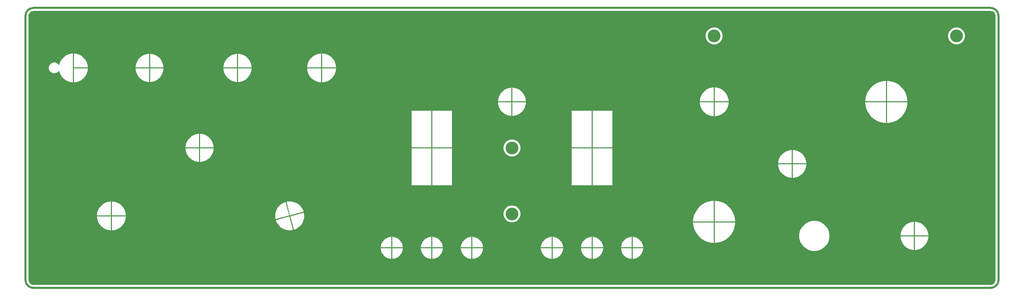
<source format=gtl>
G04*
G04 #@! TF.GenerationSoftware,Altium Limited,Altium Designer,22.6.1 (34)*
G04*
G04 Layer_Physical_Order=1*
G04 Layer_Color=255*
%FSLAX43Y43*%
%MOMM*%
G71*
G04*
G04 #@! TF.SameCoordinates,AFDAA29C-E837-460D-B76C-917A312899C1*
G04*
G04*
G04 #@! TF.FilePolarity,Positive*
G04*
G01*
G75*
%ADD10C,0.500*%
%ADD11C,3.200*%
G36*
X326321Y159210D02*
X326620Y159086D01*
X326877Y158889D01*
X327074Y158632D01*
X327198Y158333D01*
X327224Y158135D01*
X327235Y158012D01*
X327235Y158012D01*
X327235Y157885D01*
X327235Y92043D01*
X327229Y91993D01*
X327229D01*
X327233Y91989D01*
X327191Y91673D01*
X327067Y91374D01*
X326870Y91117D01*
X326613Y90920D01*
X326314Y90796D01*
X326038Y90759D01*
X326000Y90765D01*
X87000Y90765D01*
X86990Y90763D01*
X86694Y90802D01*
X86395Y90926D01*
X86138Y91123D01*
X85941Y91380D01*
X85817Y91679D01*
X85791Y91878D01*
X85779Y92000D01*
X85779Y92000D01*
X85767Y92104D01*
X85765Y92217D01*
Y92250D01*
X85765Y157874D01*
X85765Y157876D01*
X85765Y158000D01*
X85776Y158122D01*
X85802Y158321D01*
X85926Y158620D01*
X86123Y158877D01*
X86380Y159074D01*
X86679Y159198D01*
X86983Y159238D01*
X87000Y159235D01*
X326000Y159235D01*
X326064Y159244D01*
X326321Y159210D01*
D02*
G37*
%LPC*%
G36*
X317708Y155108D02*
X317292D01*
X316885Y155027D01*
X316501Y154868D01*
X316156Y154637D01*
X315863Y154344D01*
X315632Y153999D01*
X315473Y153615D01*
X315392Y153208D01*
Y152792D01*
X315473Y152385D01*
X315632Y152001D01*
X315863Y151656D01*
X316156Y151363D01*
X316501Y151132D01*
X316885Y150973D01*
X317292Y150892D01*
X317708D01*
X318115Y150973D01*
X318499Y151132D01*
X318844Y151363D01*
X319137Y151656D01*
X319368Y152001D01*
X319527Y152385D01*
X319608Y152792D01*
Y153208D01*
X319527Y153615D01*
X319368Y153999D01*
X319137Y154344D01*
X318844Y154637D01*
X318499Y154868D01*
X318115Y155027D01*
X317708Y155108D01*
D02*
G37*
G36*
X257208D02*
X256792D01*
X256385Y155027D01*
X256001Y154868D01*
X255656Y154637D01*
X255363Y154344D01*
X255132Y153999D01*
X254973Y153615D01*
X254892Y153208D01*
Y152792D01*
X254973Y152385D01*
X255132Y152001D01*
X255363Y151656D01*
X255656Y151363D01*
X256001Y151132D01*
X256385Y150973D01*
X256792Y150892D01*
X257208D01*
X257615Y150973D01*
X257999Y151132D01*
X258344Y151363D01*
X258637Y151656D01*
X258868Y152001D01*
X259027Y152385D01*
X259108Y152792D01*
Y153208D01*
X259027Y153615D01*
X258868Y153999D01*
X258637Y154344D01*
X258344Y154637D01*
X257999Y154868D01*
X257615Y155027D01*
X257208Y155108D01*
D02*
G37*
G36*
X96873Y148604D02*
X96716D01*
X96156Y148515D01*
X95617Y148340D01*
X95111Y148082D01*
X94652Y147749D01*
X94251Y147348D01*
X93918Y146889D01*
X93660Y146383D01*
X93485Y145844D01*
X93475Y145782D01*
X93350Y145759D01*
X93307Y145834D01*
X93054Y146087D01*
X92744Y146265D01*
X92399Y146358D01*
X92041D01*
X91696Y146265D01*
X91386Y146087D01*
X91133Y145834D01*
X90955Y145524D01*
X90862Y145179D01*
Y144821D01*
X90955Y144476D01*
X91133Y144166D01*
X91386Y143913D01*
X91696Y143735D01*
X92041Y143642D01*
X92399D01*
X92744Y143735D01*
X93054Y143913D01*
X93307Y144166D01*
X93350Y144241D01*
X93475Y144218D01*
X93485Y144156D01*
X93660Y143617D01*
X93918Y143111D01*
X94251Y142652D01*
X94652Y142251D01*
X95111Y141918D01*
X95617Y141660D01*
X96156Y141485D01*
X96716Y141396D01*
X96873D01*
Y145000D01*
Y148604D01*
D02*
G37*
G36*
X116276Y148504D02*
X116127D01*
Y145127D01*
X119504D01*
Y145276D01*
X119418Y145821D01*
X119247Y146345D01*
X118997Y146837D01*
X118673Y147283D01*
X118283Y147673D01*
X117837Y147997D01*
X117345Y148247D01*
X116821Y148418D01*
X116276Y148504D01*
D02*
G37*
G36*
X159284Y148604D02*
X159127D01*
Y145127D01*
X162604D01*
Y145284D01*
X162515Y145844D01*
X162340Y146383D01*
X162082Y146889D01*
X161749Y147348D01*
X161348Y147749D01*
X160889Y148082D01*
X160383Y148340D01*
X159844Y148515D01*
X159284Y148604D01*
D02*
G37*
G36*
X115873Y148504D02*
X115724D01*
X115179Y148418D01*
X114655Y148247D01*
X114163Y147997D01*
X113717Y147673D01*
X113327Y147283D01*
X113003Y146837D01*
X112753Y146345D01*
X112582Y145821D01*
X112496Y145276D01*
Y145127D01*
X115873D01*
Y148504D01*
D02*
G37*
G36*
X158873Y148604D02*
X158716D01*
X158156Y148515D01*
X157617Y148340D01*
X157111Y148082D01*
X156652Y147749D01*
X156251Y147348D01*
X155918Y146889D01*
X155660Y146383D01*
X155485Y145844D01*
X155396Y145284D01*
Y145127D01*
X158873D01*
Y148604D01*
D02*
G37*
G36*
X138276Y148504D02*
X138127D01*
Y145127D01*
X141504D01*
Y145276D01*
X141418Y145821D01*
X141247Y146345D01*
X140997Y146837D01*
X140673Y147283D01*
X140283Y147673D01*
X139837Y147997D01*
X139345Y148247D01*
X138821Y148418D01*
X138276Y148504D01*
D02*
G37*
G36*
X137873D02*
X137724D01*
X137179Y148418D01*
X136655Y148247D01*
X136163Y147997D01*
X135717Y147673D01*
X135327Y147283D01*
X135003Y146837D01*
X134753Y146345D01*
X134582Y145821D01*
X134496Y145276D01*
Y145127D01*
X137873D01*
Y148504D01*
D02*
G37*
G36*
X97284Y148604D02*
X97127D01*
Y145127D01*
X100604D01*
Y145284D01*
X100515Y145844D01*
X100340Y146383D01*
X100082Y146889D01*
X99749Y147348D01*
X99348Y147749D01*
X98889Y148082D01*
X98383Y148340D01*
X97844Y148515D01*
X97284Y148604D01*
D02*
G37*
G36*
X141504Y144873D02*
X138127D01*
Y141496D01*
X138276D01*
X138821Y141582D01*
X139345Y141753D01*
X139837Y142003D01*
X140283Y142327D01*
X140673Y142717D01*
X140997Y143163D01*
X141247Y143655D01*
X141418Y144179D01*
X141504Y144724D01*
Y144873D01*
D02*
G37*
G36*
X137873D02*
X134496D01*
Y144724D01*
X134582Y144179D01*
X134753Y143655D01*
X135003Y143163D01*
X135327Y142717D01*
X135717Y142327D01*
X136163Y142003D01*
X136655Y141753D01*
X137179Y141582D01*
X137724Y141496D01*
X137873D01*
Y144873D01*
D02*
G37*
G36*
X119504Y144873D02*
X116127D01*
Y141496D01*
X116276D01*
X116821Y141582D01*
X117345Y141753D01*
X117837Y142003D01*
X118283Y142327D01*
X118673Y142717D01*
X118997Y143163D01*
X119247Y143655D01*
X119418Y144179D01*
X119504Y144724D01*
Y144873D01*
D02*
G37*
G36*
X115873D02*
X112496D01*
Y144724D01*
X112582Y144179D01*
X112753Y143655D01*
X113003Y143163D01*
X113327Y142717D01*
X113717Y142327D01*
X114163Y142003D01*
X114655Y141753D01*
X115179Y141582D01*
X115724Y141496D01*
X115873D01*
Y144873D01*
D02*
G37*
G36*
X162604D02*
X159127D01*
Y141396D01*
X159284D01*
X159844Y141485D01*
X160383Y141660D01*
X160889Y141918D01*
X161348Y142251D01*
X161749Y142652D01*
X162082Y143111D01*
X162340Y143617D01*
X162515Y144156D01*
X162604Y144716D01*
Y144873D01*
D02*
G37*
G36*
X158873D02*
X155396D01*
Y144716D01*
X155485Y144156D01*
X155660Y143617D01*
X155918Y143111D01*
X156251Y142652D01*
X156652Y142251D01*
X157111Y141918D01*
X157617Y141660D01*
X158156Y141485D01*
X158716Y141396D01*
X158873D01*
Y144873D01*
D02*
G37*
G36*
X100604Y144873D02*
X97127D01*
Y141396D01*
X97284D01*
X97844Y141485D01*
X98383Y141660D01*
X98889Y141918D01*
X99348Y142251D01*
X99749Y142652D01*
X100082Y143111D01*
X100340Y143617D01*
X100515Y144156D01*
X100604Y144716D01*
Y144873D01*
D02*
G37*
G36*
X300344Y141754D02*
X300127D01*
Y136627D01*
X305254D01*
Y136844D01*
X305164Y137527D01*
X304986Y138192D01*
X304722Y138829D01*
X304378Y139425D01*
X303959Y139972D01*
X303472Y140459D01*
X302925Y140878D01*
X302329Y141222D01*
X301692Y141486D01*
X301027Y141664D01*
X300344Y141754D01*
D02*
G37*
G36*
X299873D02*
X299656D01*
X298973Y141664D01*
X298308Y141486D01*
X297671Y141222D01*
X297075Y140878D01*
X296528Y140459D01*
X296041Y139972D01*
X295622Y139425D01*
X295278Y138829D01*
X295014Y138192D01*
X294836Y137527D01*
X294746Y136844D01*
Y136627D01*
X299873D01*
Y141754D01*
D02*
G37*
G36*
X206776Y140004D02*
X206627D01*
Y136627D01*
X210004D01*
Y136776D01*
X209918Y137321D01*
X209747Y137845D01*
X209497Y138336D01*
X209173Y138783D01*
X208783Y139173D01*
X208337Y139497D01*
X207845Y139747D01*
X207321Y139918D01*
X206776Y140004D01*
D02*
G37*
G36*
X257284Y140104D02*
X257127D01*
Y136627D01*
X260604D01*
Y136784D01*
X260515Y137344D01*
X260340Y137883D01*
X260082Y138389D01*
X259749Y138848D01*
X259348Y139249D01*
X258889Y139582D01*
X258383Y139840D01*
X257844Y140015D01*
X257284Y140104D01*
D02*
G37*
G36*
X206373Y140004D02*
X206224D01*
X205679Y139918D01*
X205155Y139747D01*
X204663Y139497D01*
X204217Y139173D01*
X203827Y138783D01*
X203503Y138336D01*
X203253Y137845D01*
X203082Y137321D01*
X202996Y136776D01*
Y136627D01*
X206373D01*
Y140004D01*
D02*
G37*
G36*
X256873Y140104D02*
X256716D01*
X256156Y140015D01*
X255617Y139840D01*
X255111Y139582D01*
X254652Y139249D01*
X254251Y138848D01*
X253918Y138389D01*
X253660Y137883D01*
X253485Y137344D01*
X253396Y136784D01*
Y136627D01*
X256873D01*
Y140104D01*
D02*
G37*
G36*
X210004Y136373D02*
X206627D01*
Y132996D01*
X206776D01*
X207321Y133082D01*
X207845Y133253D01*
X208337Y133503D01*
X208783Y133827D01*
X209173Y134217D01*
X209497Y134663D01*
X209747Y135155D01*
X209918Y135679D01*
X210004Y136224D01*
Y136373D01*
D02*
G37*
G36*
X206373D02*
X202996D01*
Y136224D01*
X203082Y135679D01*
X203253Y135155D01*
X203503Y134663D01*
X203827Y134217D01*
X204217Y133827D01*
X204663Y133503D01*
X205155Y133253D01*
X205679Y133082D01*
X206224Y132996D01*
X206373D01*
Y136373D01*
D02*
G37*
G36*
X260604D02*
X257127D01*
Y132896D01*
X257284D01*
X257844Y132985D01*
X258383Y133160D01*
X258889Y133418D01*
X259348Y133751D01*
X259749Y134152D01*
X260082Y134611D01*
X260340Y135117D01*
X260515Y135656D01*
X260604Y136216D01*
Y136373D01*
D02*
G37*
G36*
X256873D02*
X253396D01*
Y136216D01*
X253485Y135656D01*
X253660Y135117D01*
X253918Y134611D01*
X254251Y134152D01*
X254652Y133751D01*
X255111Y133418D01*
X255617Y133160D01*
X256156Y132985D01*
X256716Y132896D01*
X256873D01*
Y136373D01*
D02*
G37*
G36*
X305254Y136373D02*
X300127D01*
Y131246D01*
X300344D01*
X301027Y131336D01*
X301692Y131514D01*
X302329Y131778D01*
X302925Y132122D01*
X303472Y132541D01*
X303959Y133028D01*
X304378Y133575D01*
X304722Y134171D01*
X304986Y134808D01*
X305164Y135473D01*
X305254Y136156D01*
Y136373D01*
D02*
G37*
G36*
X299873D02*
X294746D01*
Y136156D01*
X294836Y135473D01*
X295014Y134808D01*
X295278Y134171D01*
X295622Y133575D01*
X296041Y133028D01*
X296528Y132541D01*
X297075Y132122D01*
X297671Y131778D01*
X298308Y131514D01*
X298973Y131336D01*
X299656Y131246D01*
X299873D01*
Y136373D01*
D02*
G37*
G36*
X231554Y134304D02*
X226627D01*
Y125127D01*
X231554D01*
Y134304D01*
D02*
G37*
G36*
X191554D02*
X186627D01*
Y125127D01*
X191554D01*
Y134304D01*
D02*
G37*
G36*
X128776Y128504D02*
X128627D01*
Y125127D01*
X132004D01*
Y125276D01*
X131918Y125821D01*
X131747Y126345D01*
X131497Y126837D01*
X131173Y127283D01*
X130783Y127673D01*
X130337Y127997D01*
X129845Y128247D01*
X129321Y128418D01*
X128776Y128504D01*
D02*
G37*
G36*
X128373D02*
X128224D01*
X127679Y128418D01*
X127155Y128247D01*
X126663Y127997D01*
X126217Y127673D01*
X125827Y127283D01*
X125503Y126837D01*
X125253Y126345D01*
X125082Y125821D01*
X124996Y125276D01*
Y125127D01*
X128373D01*
Y128504D01*
D02*
G37*
G36*
X186373Y134304D02*
X181446D01*
Y125127D01*
X186373D01*
Y134304D01*
D02*
G37*
G36*
X226373D02*
X221446D01*
Y125127D01*
X226373D01*
Y134304D01*
D02*
G37*
G36*
X206708Y127108D02*
X206292D01*
X205885Y127027D01*
X205501Y126868D01*
X205156Y126637D01*
X204863Y126344D01*
X204632Y125999D01*
X204473Y125615D01*
X204392Y125208D01*
Y124792D01*
X204473Y124385D01*
X204632Y124001D01*
X204863Y123656D01*
X205156Y123363D01*
X205501Y123132D01*
X205885Y122973D01*
X206292Y122892D01*
X206708D01*
X207115Y122973D01*
X207499Y123132D01*
X207844Y123363D01*
X208137Y123656D01*
X208368Y124001D01*
X208527Y124385D01*
X208608Y124792D01*
Y125208D01*
X208527Y125615D01*
X208368Y125999D01*
X208137Y126344D01*
X207844Y126637D01*
X207499Y126868D01*
X207115Y127027D01*
X206708Y127108D01*
D02*
G37*
G36*
X132004Y124873D02*
X128627D01*
Y121496D01*
X128776D01*
X129321Y121582D01*
X129845Y121753D01*
X130337Y122003D01*
X130783Y122327D01*
X131173Y122717D01*
X131497Y123163D01*
X131747Y123655D01*
X131918Y124179D01*
X132004Y124724D01*
Y124873D01*
D02*
G37*
G36*
X128373D02*
X124996D01*
Y124724D01*
X125082Y124179D01*
X125253Y123655D01*
X125503Y123163D01*
X125827Y122717D01*
X126217Y122327D01*
X126663Y122003D01*
X127155Y121753D01*
X127679Y121582D01*
X128224Y121496D01*
X128373D01*
Y124873D01*
D02*
G37*
G36*
X276776Y124504D02*
X276627D01*
Y121127D01*
X280004D01*
Y121276D01*
X279918Y121821D01*
X279747Y122345D01*
X279497Y122837D01*
X279173Y123283D01*
X278783Y123673D01*
X278336Y123997D01*
X277845Y124247D01*
X277321Y124418D01*
X276776Y124504D01*
D02*
G37*
G36*
X276373D02*
X276224D01*
X275679Y124418D01*
X275155Y124247D01*
X274664Y123997D01*
X274217Y123673D01*
X273827Y123283D01*
X273503Y122837D01*
X273253Y122345D01*
X273082Y121821D01*
X272996Y121276D01*
Y121127D01*
X276373D01*
Y124504D01*
D02*
G37*
G36*
X280004Y120873D02*
X276627D01*
Y117496D01*
X276776D01*
X277321Y117582D01*
X277845Y117753D01*
X278336Y118003D01*
X278783Y118327D01*
X279173Y118717D01*
X279497Y119163D01*
X279747Y119655D01*
X279918Y120179D01*
X280004Y120724D01*
Y120873D01*
D02*
G37*
G36*
X276373D02*
X272996D01*
Y120724D01*
X273082Y120179D01*
X273253Y119655D01*
X273503Y119163D01*
X273827Y118717D01*
X274217Y118327D01*
X274664Y118003D01*
X275155Y117753D01*
X275679Y117582D01*
X276224Y117496D01*
X276373D01*
Y120873D01*
D02*
G37*
G36*
X231554Y124873D02*
X226627D01*
Y115696D01*
X231554D01*
Y124873D01*
D02*
G37*
G36*
X226373D02*
X221446D01*
Y115696D01*
X226373D01*
Y124873D01*
D02*
G37*
G36*
X191554D02*
X186627D01*
Y115696D01*
X191554D01*
Y124873D01*
D02*
G37*
G36*
X186373D02*
X181446D01*
Y115696D01*
X186373D01*
Y124873D01*
D02*
G37*
G36*
X150905Y111614D02*
X150341Y111555D01*
X150190Y111514D01*
X151090Y108156D01*
X154448Y109055D01*
X154408Y109207D01*
X154177Y109725D01*
X153868Y110201D01*
X153488Y110622D01*
X153048Y110979D01*
X152556Y111263D01*
X152027Y111466D01*
X151472Y111584D01*
X150905Y111614D01*
D02*
G37*
G36*
X106784Y111604D02*
X106627D01*
Y108127D01*
X110104D01*
Y108284D01*
X110015Y108844D01*
X109840Y109383D01*
X109582Y109889D01*
X109249Y110348D01*
X108848Y110749D01*
X108389Y111082D01*
X107883Y111340D01*
X107344Y111515D01*
X106784Y111604D01*
D02*
G37*
G36*
X106373D02*
X106216D01*
X105656Y111515D01*
X105117Y111340D01*
X104611Y111082D01*
X104152Y110749D01*
X103751Y110348D01*
X103418Y109889D01*
X103160Y109383D01*
X102985Y108844D01*
X102896Y108284D01*
Y108127D01*
X106373D01*
Y111604D01*
D02*
G37*
G36*
X149945Y111448D02*
X149793Y111408D01*
X149275Y111177D01*
X148799Y110868D01*
X148378Y110489D01*
X148021Y110048D01*
X147737Y109556D01*
X147534Y109027D01*
X147416Y108472D01*
X147386Y107905D01*
X147445Y107341D01*
X147486Y107190D01*
X150844Y108090D01*
X149945Y111448D01*
D02*
G37*
G36*
X257344Y111754D02*
X257127D01*
Y106627D01*
X262254D01*
Y106844D01*
X262164Y107527D01*
X261986Y108192D01*
X261722Y108829D01*
X261378Y109425D01*
X260959Y109972D01*
X260472Y110459D01*
X259925Y110878D01*
X259329Y111222D01*
X258692Y111486D01*
X258027Y111664D01*
X257344Y111754D01*
D02*
G37*
G36*
X256873D02*
X256656D01*
X255973Y111664D01*
X255308Y111486D01*
X254671Y111222D01*
X254075Y110878D01*
X253528Y110459D01*
X253041Y109972D01*
X252622Y109425D01*
X252278Y108829D01*
X252014Y108192D01*
X251836Y107527D01*
X251746Y106844D01*
Y106627D01*
X256873D01*
Y111754D01*
D02*
G37*
G36*
X206708Y110608D02*
X206292D01*
X205885Y110527D01*
X205501Y110368D01*
X205156Y110137D01*
X204863Y109844D01*
X204632Y109499D01*
X204473Y109115D01*
X204392Y108708D01*
Y108292D01*
X204473Y107885D01*
X204632Y107501D01*
X204863Y107156D01*
X205156Y106863D01*
X205501Y106632D01*
X205885Y106473D01*
X206292Y106392D01*
X206708D01*
X207115Y106473D01*
X207499Y106632D01*
X207844Y106863D01*
X208137Y107156D01*
X208368Y107501D01*
X208527Y107885D01*
X208608Y108292D01*
Y108708D01*
X208527Y109115D01*
X208368Y109499D01*
X208137Y109844D01*
X207844Y110137D01*
X207499Y110368D01*
X207115Y110527D01*
X206708Y110608D01*
D02*
G37*
G36*
X154514Y108810D02*
X151156Y107910D01*
X152055Y104552D01*
X152207Y104592D01*
X152725Y104823D01*
X153201Y105132D01*
X153622Y105511D01*
X153979Y105952D01*
X154263Y106444D01*
X154466Y106973D01*
X154584Y107528D01*
X154614Y108095D01*
X154555Y108659D01*
X154514Y108810D01*
D02*
G37*
G36*
X110104Y107873D02*
X106627D01*
Y104396D01*
X106784D01*
X107344Y104485D01*
X107883Y104660D01*
X108389Y104918D01*
X108848Y105251D01*
X109249Y105652D01*
X109582Y106111D01*
X109840Y106617D01*
X110015Y107156D01*
X110104Y107716D01*
Y107873D01*
D02*
G37*
G36*
X106373D02*
X102896D01*
Y107716D01*
X102985Y107156D01*
X103160Y106617D01*
X103418Y106111D01*
X103751Y105652D01*
X104152Y105251D01*
X104611Y104918D01*
X105117Y104660D01*
X105656Y104485D01*
X106216Y104396D01*
X106373D01*
Y107873D01*
D02*
G37*
G36*
X150910Y107844D02*
X147552Y106945D01*
X147592Y106793D01*
X147823Y106275D01*
X148132Y105799D01*
X148512Y105378D01*
X148952Y105021D01*
X149444Y104737D01*
X149973Y104534D01*
X150528Y104416D01*
X151095Y104386D01*
X151659Y104445D01*
X151810Y104486D01*
X150910Y107844D01*
D02*
G37*
G36*
X307276Y106504D02*
X307127D01*
Y103127D01*
X310504D01*
Y103276D01*
X310418Y103821D01*
X310247Y104345D01*
X309997Y104837D01*
X309673Y105283D01*
X309283Y105673D01*
X308836Y105997D01*
X308345Y106247D01*
X307821Y106418D01*
X307276Y106504D01*
D02*
G37*
G36*
X306873D02*
X306724D01*
X306179Y106418D01*
X305655Y106247D01*
X305164Y105997D01*
X304717Y105673D01*
X304327Y105283D01*
X304003Y104837D01*
X303753Y104345D01*
X303582Y103821D01*
X303496Y103276D01*
Y103127D01*
X306873D01*
Y106504D01*
D02*
G37*
G36*
X262254Y106373D02*
X257127D01*
Y101246D01*
X257344D01*
X258027Y101336D01*
X258692Y101514D01*
X259329Y101778D01*
X259925Y102122D01*
X260472Y102541D01*
X260959Y103028D01*
X261378Y103575D01*
X261722Y104171D01*
X261986Y104808D01*
X262164Y105473D01*
X262254Y106156D01*
Y106373D01*
D02*
G37*
G36*
X256873D02*
X251746D01*
Y106156D01*
X251836Y105473D01*
X252014Y104808D01*
X252278Y104171D01*
X252622Y103575D01*
X253041Y103028D01*
X253528Y102541D01*
X254075Y102122D01*
X254671Y101778D01*
X255308Y101514D01*
X255973Y101336D01*
X256656Y101246D01*
X256873D01*
Y106373D01*
D02*
G37*
G36*
X226717Y102754D02*
X226627D01*
Y100127D01*
X229254D01*
Y100217D01*
X229186Y100645D01*
X229052Y101057D01*
X228855Y101443D01*
X228601Y101794D01*
X228294Y102101D01*
X227943Y102355D01*
X227557Y102552D01*
X227145Y102686D01*
X226717Y102754D01*
D02*
G37*
G36*
X216717D02*
X216627D01*
Y100127D01*
X219254D01*
Y100217D01*
X219186Y100645D01*
X219052Y101057D01*
X218855Y101443D01*
X218601Y101794D01*
X218294Y102101D01*
X217943Y102355D01*
X217557Y102552D01*
X217145Y102686D01*
X216717Y102754D01*
D02*
G37*
G36*
X236717D02*
X236627D01*
Y100127D01*
X239254D01*
Y100217D01*
X239186Y100645D01*
X239052Y101057D01*
X238855Y101443D01*
X238601Y101794D01*
X238294Y102101D01*
X237943Y102355D01*
X237557Y102552D01*
X237145Y102686D01*
X236717Y102754D01*
D02*
G37*
G36*
X196717D02*
X196627D01*
Y100127D01*
X199254D01*
Y100217D01*
X199186Y100645D01*
X199052Y101057D01*
X198855Y101443D01*
X198601Y101794D01*
X198294Y102101D01*
X197943Y102355D01*
X197557Y102552D01*
X197145Y102686D01*
X196717Y102754D01*
D02*
G37*
G36*
X186717D02*
X186627D01*
Y100127D01*
X189254D01*
Y100217D01*
X189186Y100645D01*
X189052Y101057D01*
X188855Y101443D01*
X188601Y101794D01*
X188294Y102101D01*
X187943Y102355D01*
X187557Y102552D01*
X187145Y102686D01*
X186717Y102754D01*
D02*
G37*
G36*
X176717D02*
X176627D01*
Y100127D01*
X179254D01*
Y100217D01*
X179186Y100645D01*
X179052Y101057D01*
X178855Y101443D01*
X178601Y101794D01*
X178294Y102101D01*
X177943Y102355D01*
X177557Y102552D01*
X177145Y102686D01*
X176717Y102754D01*
D02*
G37*
G36*
X196373D02*
X196283D01*
X195855Y102686D01*
X195443Y102552D01*
X195057Y102355D01*
X194706Y102101D01*
X194399Y101794D01*
X194145Y101443D01*
X193948Y101057D01*
X193814Y100645D01*
X193746Y100217D01*
Y100127D01*
X196373D01*
Y102754D01*
D02*
G37*
G36*
X186373D02*
X186283D01*
X185855Y102686D01*
X185443Y102552D01*
X185057Y102355D01*
X184706Y102101D01*
X184399Y101794D01*
X184145Y101443D01*
X183948Y101057D01*
X183814Y100645D01*
X183746Y100217D01*
Y100127D01*
X186373D01*
Y102754D01*
D02*
G37*
G36*
X176373D02*
X176283D01*
X175855Y102686D01*
X175443Y102552D01*
X175057Y102355D01*
X174706Y102101D01*
X174399Y101794D01*
X174145Y101443D01*
X173948Y101057D01*
X173814Y100645D01*
X173746Y100217D01*
Y100127D01*
X176373D01*
Y102754D01*
D02*
G37*
G36*
X226373D02*
X226283D01*
X225855Y102686D01*
X225443Y102552D01*
X225057Y102355D01*
X224706Y102101D01*
X224399Y101794D01*
X224145Y101443D01*
X223948Y101057D01*
X223814Y100645D01*
X223746Y100217D01*
Y100127D01*
X226373D01*
Y102754D01*
D02*
G37*
G36*
X216373D02*
X216283D01*
X215855Y102686D01*
X215443Y102552D01*
X215057Y102355D01*
X214706Y102101D01*
X214399Y101794D01*
X214145Y101443D01*
X213948Y101057D01*
X213814Y100645D01*
X213746Y100217D01*
Y100127D01*
X216373D01*
Y102754D01*
D02*
G37*
G36*
X236373D02*
X236283D01*
X235855Y102686D01*
X235443Y102552D01*
X235057Y102355D01*
X234706Y102101D01*
X234399Y101794D01*
X234145Y101443D01*
X233948Y101057D01*
X233814Y100645D01*
X233746Y100217D01*
Y100127D01*
X236373D01*
Y102754D01*
D02*
G37*
G36*
X310504Y102873D02*
X307127D01*
Y99496D01*
X307276D01*
X307821Y99582D01*
X308345Y99753D01*
X308836Y100003D01*
X309283Y100327D01*
X309673Y100717D01*
X309997Y101163D01*
X310247Y101655D01*
X310418Y102179D01*
X310504Y102724D01*
Y102873D01*
D02*
G37*
G36*
X306873D02*
X303496D01*
Y102724D01*
X303582Y102179D01*
X303753Y101655D01*
X304003Y101163D01*
X304327Y100717D01*
X304717Y100327D01*
X305164Y100003D01*
X305655Y99753D01*
X306179Y99582D01*
X306724Y99496D01*
X306873D01*
Y102873D01*
D02*
G37*
G36*
X282296Y106758D02*
X281704D01*
X281120Y106665D01*
X280557Y106483D01*
X280030Y106214D01*
X279552Y105866D01*
X279134Y105448D01*
X278786Y104970D01*
X278517Y104443D01*
X278335Y103880D01*
X278242Y103296D01*
Y102704D01*
X278335Y102120D01*
X278517Y101557D01*
X278786Y101030D01*
X279134Y100552D01*
X279552Y100134D01*
X280030Y99786D01*
X280557Y99517D01*
X281120Y99335D01*
X281704Y99242D01*
X282296D01*
X282880Y99335D01*
X283443Y99517D01*
X283970Y99786D01*
X284448Y100134D01*
X284866Y100552D01*
X285214Y101030D01*
X285483Y101557D01*
X285665Y102120D01*
X285758Y102704D01*
Y103296D01*
X285665Y103880D01*
X285483Y104443D01*
X285214Y104970D01*
X284866Y105448D01*
X284448Y105866D01*
X283970Y106214D01*
X283443Y106483D01*
X282880Y106665D01*
X282296Y106758D01*
D02*
G37*
G36*
X239254Y99873D02*
X236627D01*
Y97246D01*
X236717D01*
X237145Y97314D01*
X237557Y97448D01*
X237943Y97645D01*
X238294Y97899D01*
X238601Y98206D01*
X238855Y98557D01*
X239052Y98943D01*
X239186Y99355D01*
X239254Y99783D01*
Y99873D01*
D02*
G37*
G36*
X236373D02*
X233746D01*
Y99783D01*
X233814Y99355D01*
X233948Y98943D01*
X234145Y98557D01*
X234399Y98206D01*
X234706Y97899D01*
X235057Y97645D01*
X235443Y97448D01*
X235855Y97314D01*
X236283Y97246D01*
X236373D01*
Y99873D01*
D02*
G37*
G36*
X229254D02*
X226627D01*
Y97246D01*
X226717D01*
X227145Y97314D01*
X227557Y97448D01*
X227943Y97645D01*
X228294Y97899D01*
X228601Y98206D01*
X228855Y98557D01*
X229052Y98943D01*
X229186Y99355D01*
X229254Y99783D01*
Y99873D01*
D02*
G37*
G36*
X226373D02*
X223746D01*
Y99783D01*
X223814Y99355D01*
X223948Y98943D01*
X224145Y98557D01*
X224399Y98206D01*
X224706Y97899D01*
X225057Y97645D01*
X225443Y97448D01*
X225855Y97314D01*
X226283Y97246D01*
X226373D01*
Y99873D01*
D02*
G37*
G36*
X219254D02*
X216627D01*
Y97246D01*
X216717D01*
X217145Y97314D01*
X217557Y97448D01*
X217943Y97645D01*
X218294Y97899D01*
X218601Y98206D01*
X218855Y98557D01*
X219052Y98943D01*
X219186Y99355D01*
X219254Y99783D01*
Y99873D01*
D02*
G37*
G36*
X216373D02*
X213746D01*
Y99783D01*
X213814Y99355D01*
X213948Y98943D01*
X214145Y98557D01*
X214399Y98206D01*
X214706Y97899D01*
X215057Y97645D01*
X215443Y97448D01*
X215855Y97314D01*
X216283Y97246D01*
X216373D01*
Y99873D01*
D02*
G37*
G36*
X199254D02*
X196627D01*
Y97246D01*
X196717D01*
X197145Y97314D01*
X197557Y97448D01*
X197943Y97645D01*
X198294Y97899D01*
X198601Y98206D01*
X198855Y98557D01*
X199052Y98943D01*
X199186Y99355D01*
X199254Y99783D01*
Y99873D01*
D02*
G37*
G36*
X196373D02*
X193746D01*
Y99783D01*
X193814Y99355D01*
X193948Y98943D01*
X194145Y98557D01*
X194399Y98206D01*
X194706Y97899D01*
X195057Y97645D01*
X195443Y97448D01*
X195855Y97314D01*
X196283Y97246D01*
X196373D01*
Y99873D01*
D02*
G37*
G36*
X189254D02*
X186627D01*
Y97246D01*
X186717D01*
X187145Y97314D01*
X187557Y97448D01*
X187943Y97645D01*
X188294Y97899D01*
X188601Y98206D01*
X188855Y98557D01*
X189052Y98943D01*
X189186Y99355D01*
X189254Y99783D01*
Y99873D01*
D02*
G37*
G36*
X186373D02*
X183746D01*
Y99783D01*
X183814Y99355D01*
X183948Y98943D01*
X184145Y98557D01*
X184399Y98206D01*
X184706Y97899D01*
X185057Y97645D01*
X185443Y97448D01*
X185855Y97314D01*
X186283Y97246D01*
X186373D01*
Y99873D01*
D02*
G37*
G36*
X179254D02*
X176627D01*
Y97246D01*
X176717D01*
X177145Y97314D01*
X177557Y97448D01*
X177943Y97645D01*
X178294Y97899D01*
X178601Y98206D01*
X178855Y98557D01*
X179052Y98943D01*
X179186Y99355D01*
X179254Y99783D01*
Y99873D01*
D02*
G37*
G36*
X176373D02*
X173746D01*
Y99783D01*
X173814Y99355D01*
X173948Y98943D01*
X174145Y98557D01*
X174399Y98206D01*
X174706Y97899D01*
X175057Y97645D01*
X175443Y97448D01*
X175855Y97314D01*
X176283Y97246D01*
X176373D01*
Y99873D01*
D02*
G37*
%LPD*%
D10*
X328000Y158012D02*
G03*
X326000Y160012I-2000J0D01*
G01*
X326000Y90000D02*
G03*
X328000Y92000I0J2000D01*
G01*
X85002Y92056D02*
G03*
X87072Y89987I2069J0D01*
G01*
X87000Y160000D02*
G03*
X85000Y158000I0J-2000D01*
G01*
X87000Y160000D02*
X326000D01*
X328000Y158012D02*
X328000Y92000D01*
X326000Y89987D02*
Y90000D01*
X87072Y89987D02*
X326000D01*
X85002Y92056D02*
X85002Y158000D01*
D11*
X206500Y108500D02*
D03*
Y125000D02*
D03*
X257000Y153000D02*
D03*
X317500D02*
D03*
M02*

</source>
